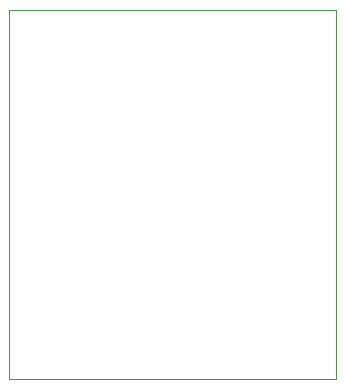
<source format=gbr>
%TF.GenerationSoftware,KiCad,Pcbnew,(6.0.7)*%
%TF.CreationDate,2023-04-07T13:33:33+02:00*%
%TF.ProjectId,RFID_PCB_Final,52464944-5f50-4434-925f-46696e616c2e,rev?*%
%TF.SameCoordinates,Original*%
%TF.FileFunction,Profile,NP*%
%FSLAX46Y46*%
G04 Gerber Fmt 4.6, Leading zero omitted, Abs format (unit mm)*
G04 Created by KiCad (PCBNEW (6.0.7)) date 2023-04-07 13:33:33*
%MOMM*%
%LPD*%
G01*
G04 APERTURE LIST*
%TA.AperFunction,Profile*%
%ADD10C,0.100000*%
%TD*%
G04 APERTURE END LIST*
D10*
X76454000Y-118618000D02*
X103632000Y-118618000D01*
X75946000Y-87376000D02*
X75946000Y-118618000D01*
X103632000Y-118618000D02*
X103632000Y-87376000D01*
X103632000Y-87376000D02*
X75946000Y-87376000D01*
X75946000Y-118618000D02*
X76454000Y-118618000D01*
M02*

</source>
